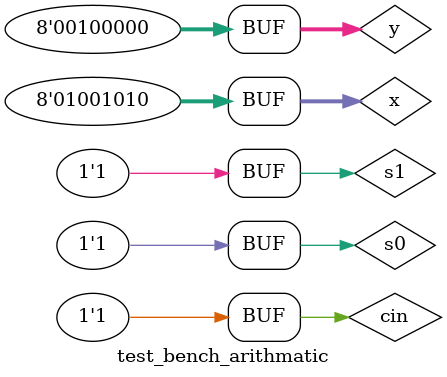
<source format=v>
module mux4to1 (sel0, sel1, i0, i1, i2, i3, f);
    input sel0, sel1, i0, i1, i2, i3;
    output f;
    wire w0, w1, w2, w3, nsel0, nsel1;
    
    and(w0, i0, nsel0, nsel1);
    and(w1, i1, sel0, nsle1);
    and(w2, i2, nsel0, sel1);
    and(w3, i3, sel0, sel1);
    or(f, w0,w1,w2,w3);
endmodule

module mux4to1_8bit (sel0, sel1, i0, i1, i2, i3, f);
    input [7:0] i0, i1, i2, i3;
    input sel0, sel1;
    output [7:0] f;
    
    mux4to1 mux1(.sel1(sel1), .sel0(sel0), .i0(i0[0]), .i1(i1[0]), .i2(i2[0]), .i3(i3[0]), .f(f[0]));
    mux4to1 mux2(.sel1(sel1), .sel0(sel0), .i0(i0[1]), .i1(i1[1]), .i2(i2[1]), .i3(i3[1]), .f(f[1]));
    mux4to1 mux3(.sel1(sel1), .sel0(sel0), .i0(i0[2]), .i1(i1[2]), .i2(i2[2]), .i3(i3[2]), .f(f[2]));
    mux4to1 mux4(.sel1(sel1), .sel0(sel0), .i0(i0[3]), .i1(i1[3]), .i2(i2[3]), .i3(i3[3]), .f(f[3]));
    mux4to1 mux5(.sel1(sel1), .sel0(sel0), .i0(i0[4]), .i1(i1[4]), .i2(i2[4]), .i3(i3[4]), .f(f[4]));
    mux4to1 mux6(.sel1(sel1), .sel0(sel0), .i0(i0[5]), .i1(i1[5]), .i2(i2[5]), .i3(i3[5]), .f(f[5]));
    mux4to1 mux7(.sel1(sel1), .sel0(sel0), .i0(i0[6]), .i1(i1[6]), .i2(i2[6]), .i3(i3[6]), .f(f[6]));
    mux4to1 mux8(.sel1(sel1), .sel0(sel0), .i0(i0[7]), .i1(i1[7]), .i2(i2[7]), .i3(i3[7]), .f(f[7]));
endmodule

module fullAdder(x, y, cin, cout, sum);
  input  x, y , cin;
  output cout, sum;
  wire w1, w2, w3;
  
  and(w1, x, y);
  and(w2, x, cin);
  and(w3, y, cin);
  xor(sum, x, y, cin);
  or(cout, w1, w2, w3);
  
endmodule

module fulladder_8bit (x, y, cin, cout, sum);
    input [7:0] x, y; 
    input cin;
    output cout;
    input [7:0] sum;
    wire [6:0]c;
    
    fullAdder f1(.x(x[0]), .y(y[0]), .cin(cin), .cout(c[0]), .sum(sum[0]));
    fullAdder f2(.x(x[1]), .y(y[1]), .cin(c[0]), .cout(c[1]), .sum(sum[1]));
    fullAdder f3(.x(x[2]), .y(y[2]), .cin(c[1]), .cout(c[2]), .sum(sum[2]));
    fullAdder f4(.x(x[3]), .y(y[3]), .cin(c[2]), .cout(c[3]), .sum(sum[3]));
    fullAdder f5(.x(x[4]), .y(y[4]), .cin(c[3]), .cout(c[4]), .sum(sum[4]));
    fullAdder f6(.x(x[5]), .y(y[5]), .cin(c[4]), .cout(c[5]), .sum(sum[5]));
    fullAdder f7(.x(x[6]), .y(y[6]), .cin(c[5]), .cout(c[6]), .sum(sum[6]));
    fullAdder f8(.x(x[7]), .y(y[7]), .cin(c[6]), .cout(cout), .sum(sum[7]));
endmodule

module arithmatic (x, y, cin, cout, sel0, sel1, f);
    input [7:0] x, y;
    input cin, sel0, sel1;
    output [7:0] f;
    output cout;
    wire [3:0] c;
    wire not_cin;
    wire [7:0] not_y, result0, result1, result2, result3;

    not(not_cin, cin);
    not(not_y[0], y[0]);
    not(not_y[1], y[1]);
    not(not_y[2], y[2]);
    not(not_y[3], y[3]);
    not(not_y[4], y[4]);
    not(not_y[5], y[5]);
    not(not_y[6], y[6]);
    not(not_y[7], y[7]);

    fulladder_8bit f0 (.x(x), .y(8'b00000000), .cin(cin), .cout(c[0]), .sum(result0));
    fulladder_8bit f1 (.x(x), .y(y), .cin(cin), .cout(c[1]), .sum(result1));
    fulladder_8bit f2 (.x(x), .y(not_y), .cin(not_cin), .cout(c[2]), .sum(result2));
    fulladder_8bit f3 (.x(x), .y(8'b11111111), .cin(cin), .cout(c[3]), .sum(result3));
    
    mux4to1_8bit m8 (.sel0(sel0), .sel1(sel1), .i0(result0), .i1(result1), .i2(result2), .i3(result3), .f(f));
    mux4to1 m4 (.sel0(sel0), .sel1(sel0), .i0(c[0]), .i1(c[1]), .i2(c[2]), .i3(c[3]), .f(cout));
    

endmodule

module test_bench_arithmatic();
    reg [7:0] x, y;
    reg cin, s0, s1;
    wire [7:0] f;
    wire cout;

    arithmatic a (.x(x), .y(y), .cin(cin), .cout(cout), .sel0(s0), .sel1(s1), .f(f));
    initial begin
        $monitor("x=%d y=%d cin=%d cout=%d sel0=%d sel1=%d f=%d",x, y, cin, cout, s0, s1, f);
        x=8'b01001010;y=8'b00100000;
        s0=1'b0;s1=1'b0;cin=1'b0;
        #5
        s0=1'b0;s1=1'b0;cin=1'b1;
        #5
        s0=1'b1;s1=1'b0;cin=1'b0;
        #5
        s0=1'b1;s1=1'b0;cin=1'b1;
        #5
        s0=1'b0;s1=1'b1;cin=1'b0;
        #5
        s0=1'b0;s1=1'b1;cin=1'b1;
        #5
        s0=1'b1;s1=1'b1;cin=1'b0;
        #5
        s0=1'b1;s1=1'b1;cin=1'b1; 
    end
endmodule

</source>
